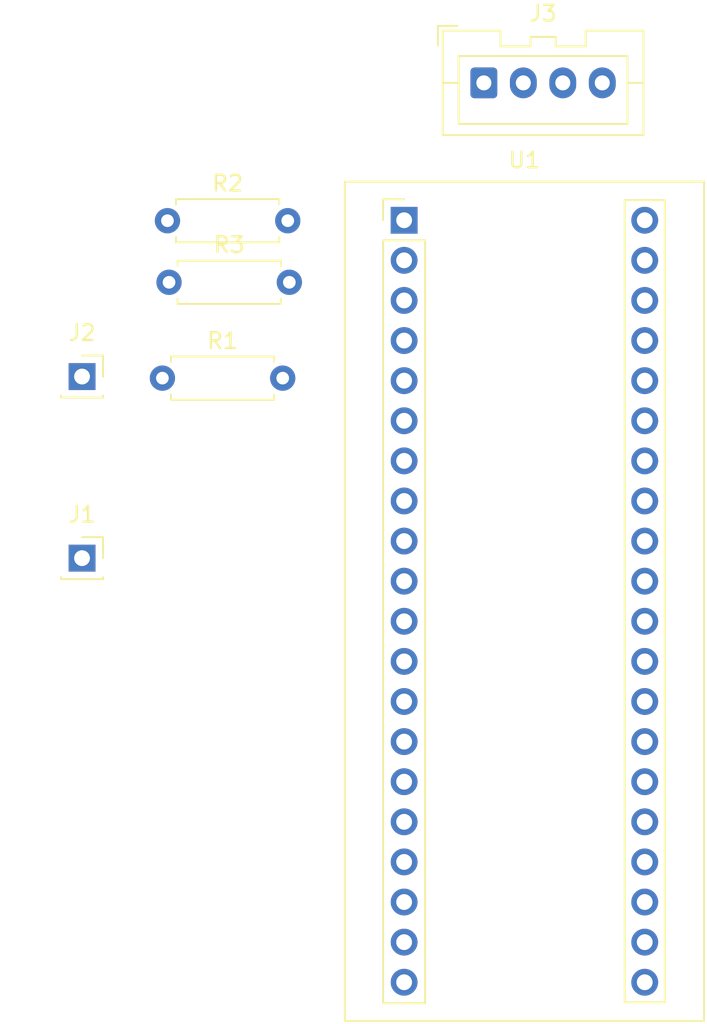
<source format=kicad_pcb>
(kicad_pcb (version 20211014) (generator pcbnew)
  (layers (0 "F.Cu" signal) (31 "B.Cu" signal) (34 "B.Paste" user) (35 "F.Paste" user) (36 "B.SilkS" user "B.Silkscreen") (37 "F.SilkS" user "F.Silkscreen") (38 "B.Mask" user) (39 "F.Mask" user) (44 "Edge.Cuts" user))
  (net 0 "")
  (net 1 "Net-(J2-Pad1)")
  (net 2 "3.3V")
  (net 3 "Net-(J3-Pad2)")
  (net 4 "Net-(J3-Pad3)")
  (net 5 "GND")
  (net 6 "/TRACE")
  (net 7 "/IO")
  (net 8 "/CLK")
  (net 40 "VCC")
  (footprint "Resistor_THT:R_Axial_DIN0207_L6.3mm_D2.5mm_P7.62mm_Horizontal" (layer "F.Cu") (at 117.99 71)
    (fp_text reference "R2" (at 3.81 -2.37) (layer "F.SilkS"))
    (fp_text value "22")
    (fp_line (start 7.08 -1.37) (end 7.08 -1.04) (layer "F.SilkS") (width 0.12))
    (fp_line (start 0.54 -1.37) (end 7.08 -1.37) (layer "F.SilkS") (width 0.12))
    (fp_line (start 0.54 -1.04) (end 0.54 -1.37) (layer "F.SilkS") (width 0.12))
    (fp_line (start 0.54 1.04) (end 0.54 1.37) (layer "F.SilkS") (width 0.12))
    (fp_line (start 0.54 1.37) (end 7.08 1.37) (layer "F.SilkS") (width 0.12))
    (fp_line (start 7.08 1.37) (end 7.08 1.04) (layer "F.SilkS") (width 0.12))
    (pad "1" thru_hole circle (at 0 0) (size 1.6 1.6) (drill 0.8) (layers *.Cu *.Mask) (net 3 "Net-(J3-Pad2)"))
    (pad "2" thru_hole oval locked (at 7.62 0) (size 1.6 1.6) (drill 0.8) (layers *.Cu *.Mask) (net 7 "/IO"))
  )
  (footprint "Connector_PinSocket_2.54mm:PinSocket_1x01_P2.54mm_Vertical" (layer "F.Cu") (at 112.58 92.37)
    (fp_text reference "J1" (at 0 -2.77) (layer "F.SilkS"))
    (fp_text value "5v jumper")
    (fp_line (start 1.33 1.21) (end 1.33 1.33) (layer "F.SilkS") (width 0.12))
    (fp_line (start 0 -1.33) (end 1.33 -1.33) (layer "F.SilkS") (width 0.12))
    (fp_line (start 1.33 -1.33) (end 1.33 0) (layer "F.SilkS") (width 0.12))
    (fp_line (start -1.33 1.33) (end 1.33 1.33) (layer "F.SilkS") (width 0.12))
    (fp_line (start -1.33 1.21) (end -1.33 1.33) (layer "F.SilkS") (width 0.12))
    (pad "1" thru_hole rect (at 0 0) (size 1.7 1.7) (drill 1) (layers *.Cu *.Mask) (net 40 "VCC"))
  )
  (footprint "Connector_JST:JST_XA_B04B-XASK-1_1x04_P2.50mm_Vertical" (layer "F.Cu") (at 138.03 62.27)
    (fp_text reference "J3" (at 3.75 -4.4) (layer "F.SilkS"))
    (fp_text value "STLinkV2")
    (fp_line (start 9.1 -1.7) (end -1.6 -1.7) (layer "F.SilkS") (width 0.12))
    (fp_line (start -2.61 -3.31) (end -2.61 3.31) (layer "F.SilkS") (width 0.12))
    (fp_line (start -2.61 0) (end -1.6 0) (layer "F.SilkS") (width 0.12))
    (fp_line (start -1.66 -3.61) (end -2.91 -3.61) (layer "F.SilkS") (width 0.12))
    (fp_line (start 9.1 2.6) (end 9.1 -1.7) (layer "F.SilkS") (width 0.12))
    (fp_line (start -1.6 2.6) (end 9.1 2.6) (layer "F.SilkS") (width 0.12))
    (fp_line (start 1.05 -3.31) (end -2.61 -3.31) (layer "F.SilkS") (width 0.12))
    (fp_line (start -1.6 -1.7) (end -1.6 2.6) (layer "F.SilkS") (width 0.12))
    (fp_line (start 1.05 -2.31) (end 1.05 -3.31) (layer "F.SilkS") (width 0.12))
    (fp_line (start 10.11 -3.31) (end 6.45 -3.31) (layer "F.SilkS") (width 0.12))
    (fp_line (start 6.45 -2.31) (end 4.55 -2.31) (layer "F.SilkS") (width 0.12))
    (fp_line (start 10.11 0) (end 9.1 0) (layer "F.SilkS") (width 0.12))
    (fp_line (start 4.55 -2.31) (end 4.55 -2.91) (layer "F.SilkS") (width 0.12))
    (fp_line (start 10.11 3.31) (end 10.11 -3.31) (layer "F.SilkS") (width 0.12))
    (fp_line (start -2.61 3.31) (end 10.11 3.31) (layer "F.SilkS") (width 0.12))
    (fp_line (start 6.45 -3.31) (end 6.45 -2.31) (layer "F.SilkS") (width 0.12))
    (fp_line (start 4.55 -2.91) (end 2.95 -2.91) (layer "F.SilkS") (width 0.12))
    (fp_line (start 2.95 -2.31) (end 1.05 -2.31) (layer "F.SilkS") (width 0.12))
    (fp_line (start -2.91 -3.61) (end -2.91 -2.36) (layer "F.SilkS") (width 0.12))
    (fp_line (start 2.95 -2.91) (end 2.95 -2.31) (layer "F.SilkS") (width 0.12))
    (pad "1" thru_hole roundrect (at 0 0) (size 1.7 1.95) (drill 0.95) (layers *.Cu *.Mask) (roundrect_rratio 0.147059) (net 2 "3.3V"))
    (pad "2" thru_hole oval (at 2.5 0) (size 1.7 1.95) (drill 0.95) (layers *.Cu *.Mask) (net 3 "Net-(J3-Pad2)"))
    (pad "3" thru_hole oval (at 5 0) (size 1.7 1.95) (drill 0.95) (layers *.Cu *.Mask) (net 4 "Net-(J3-Pad3)"))
    (pad "4" thru_hole oval (at 7.5 0) (size 1.7 1.95) (drill 0.95) (layers *.Cu *.Mask) (net 5 "GND"))
  )
  (footprint "Resistor_THT:R_Axial_DIN0207_L6.3mm_D2.5mm_P7.62mm_Horizontal" (layer "F.Cu") (at 117.67 80.97)
    (fp_text reference "R1" (at 3.81 -2.37) (layer "F.SilkS"))
    (fp_text value "22")
    (fp_line (start 0.54 1.37) (end 7.08 1.37) (layer "F.SilkS") (width 0.12))
    (fp_line (start 0.54 1.04) (end 0.54 1.37) (layer "F.SilkS") (width 0.12))
    (fp_line (start 7.08 1.37) (end 7.08 1.04) (layer "F.SilkS") (width 0.12))
    (fp_line (start 0.54 -1.04) (end 0.54 -1.37) (layer "F.SilkS") (width 0.12))
    (fp_line (start 0.54 -1.37) (end 7.08 -1.37) (layer "F.SilkS") (width 0.12))
    (fp_line (start 7.08 -1.37) (end 7.08 -1.04) (layer "F.SilkS") (width 0.12))
    (pad "1" thru_hole circle (at 0 0) (size 1.6 1.6) (drill 0.8) (layers *.Cu *.Mask) (net 1 "Net-(J2-Pad1)"))
    (pad "2" thru_hole oval (at 7.62 0) (size 1.6 1.6) (drill 0.8) (layers *.Cu *.Mask) (net 6 "/TRACE"))
  )
  (footprint "Resistor_THT:R_Axial_DIN0207_L6.3mm_D2.5mm_P7.62mm_Horizontal" (layer "F.Cu") (at 118.09 74.9)
    (fp_text reference "R3" (at 3.81 -2.37) (layer "F.SilkS"))
    (fp_text value "22")
    (fp_line (start 7.08 -1.37) (end 7.08 -1.04) (layer "F.SilkS") (width 0.12))
    (fp_line (start 0.54 -1.37) (end 7.08 -1.37) (layer "F.SilkS") (width 0.12))
    (fp_line (start 0.54 1.37) (end 7.08 1.37) (layer "F.SilkS") (width 0.12))
    (fp_line (start 0.54 1.04) (end 0.54 1.37) (layer "F.SilkS") (width 0.12))
    (fp_line (start 0.54 -1.04) (end 0.54 -1.37) (layer "F.SilkS") (width 0.12))
    (fp_line (start 7.08 1.37) (end 7.08 1.04) (layer "F.SilkS") (width 0.12))
    (pad "1" thru_hole circle (at 0 0) (size 1.6 1.6) (drill 0.8) (layers *.Cu *.Mask) (net 4 "Net-(J3-Pad3)"))
    (pad "2" thru_hole oval (at 7.62 0) (size 1.6 1.6) (drill 0.8) (layers *.Cu *.Mask) (net 8 "/CLK"))
  )
  (footprint "bluepill:YAAJ_BluePill_2" (layer "F.Cu") (at 132.98 70.97)
    (fp_text reference "U1" (at 7.62 -3.81) (layer "F.SilkS"))
    (fp_text value "YAAJ_BluePill_Part_Like" hide)
    (fp_line (start 1.33 49.59) (end -1.33 49.59) (layer "F.SilkS") (width 0.12))
    (fp_line (start 13.97 49.53) (end 13.97 -1.27) (layer "F.SilkS") (width 0.12))
    (fp_line (start 16.51 49.53) (end 13.97 49.53) (layer "F.SilkS") (width 0.12))
    (fp_line (start -1.33 1.27) (end 1.33 1.27) (layer "F.SilkS") (width 0.12))
    (fp_line (start 16.51 -1.27) (end 16.51 49.53) (layer "F.SilkS") (width 0.12))
    (fp_line (start -1.33 -1.33) (end 0 -1.33) (layer "F.SilkS") (width 0.12))
    (fp_line (start -1.33 49.59) (end -1.33 1.27) (layer "F.SilkS") (width 0.12))
    (fp_line (start 1.33 1.27) (end 1.33 49.59) (layer "F.SilkS") (width 0.12))
    (fp_line (start -1.33 0) (end -1.33 -1.33) (layer "F.SilkS") (width 0.12))
    (fp_line (start 18.995 50.705) (end -3.755 50.705) (layer "F.SilkS") (width 0.12))
    (fp_line (start 13.97 -1.27) (end 16.51 -1.27) (layer "F.SilkS") (width 0.12))
    (fp_line (start 18.995 -2.445) (end 18.995 50.705) (layer "F.SilkS") (width 0.12))
    (fp_line (start -3.755 50.705) (end -3.755 -2.445) (layer "F.SilkS") (width 0.12))
    (fp_line (start -3.755 -2.445) (end 18.995 -2.445) (layer "F.SilkS") (width 0.12))
    (pad "1" thru_hole rect locked (at 0 0) (size 1.7 1.7) (drill 1) (layers *.Cu *.Mask) (net 7 "/IO"))
    (pad "2" thru_hole circle locked (at 0 2.54) (size 1.7 1.7) (drill 1) (layers *.Cu *.Mask) (net 8 "/CLK"))
    (pad "3" thru_hole circle locked (at 0 5.08) (size 1.7 1.7) (drill 1) (layers *.Cu *.Mask) (net 7 "/IO"))
    (pad "4" thru_hole circle locked (at 0 7.62) (size 1.7 1.7) (drill 1) (layers *.Cu *.Mask))
    (pad "5" thru_hole circle locked (at 0 10.16) (size 1.7 1.7) (drill 1) (layers *.Cu *.Mask))
    (pad "6" thru_hole circle locked (at 0 12.7) (size 1.7 1.7) (drill 1) (layers *.Cu *.Mask))
    (pad "7" thru_hole circle locked (at 0 15.24) (size 1.7 1.7) (drill 1) (layers *.Cu *.Mask) (net 6 "/TRACE"))
    (pad "8" thru_hole circle locked (at 0 17.78) (size 1.7 1.7) (drill 1) (layers *.Cu *.Mask))
    (pad "9" thru_hole circle locked (at 0 20.32) (size 1.7 1.7) (drill 1) (layers *.Cu *.Mask))
    (pad "10" thru_hole circle locked (at 0 22.86) (size 1.7 1.7) (drill 1) (layers *.Cu *.Mask))
    (pad "11" thru_hole circle locked (at 0 25.4) (size 1.7 1.7) (drill 1) (layers *.Cu *.Mask))
    (pad "12" thru_hole circle locked (at 0 27.94) (size 1.7 1.7) (drill 1) (layers *.Cu *.Mask))
    (pad "13" thru_hole circle locked (at 0 30.48) (size 1.7 1.7) (drill 1) (layers *.Cu *.Mask))
    (pad "14" thru_hole circle locked (at 0 33.02) (size 1.7 1.7) (drill 1) (layers *.Cu *.Mask))
    (pad "15" thru_hole circle locked (at 0 35.56) (size 1.7 1.7) (drill 1) (layers *.Cu *.Mask))
    (pad "16" thru_hole circle locked (at 0 38.1) (size 1.7 1.7) (drill 1) (layers *.Cu *.Mask))
    (pad "17" thru_hole circle locked (at 0 40.64) (size 1.7 1.7) (drill 1) (layers *.Cu *.Mask))
    (pad "18" thru_hole circle locked (at 0 43.18) (size 1.7 1.7) (drill 1) (layers *.Cu *.Mask) (net 40 "VCC"))
    (pad "19" thru_hole circle locked (at 0 45.72) (size 1.7 1.7) (drill 1) (layers *.Cu *.Mask) (net 5 "GND"))
    (pad "20" thru_hole circle locked (at 0 48.26) (size 1.7 1.7) (drill 1) (layers *.Cu *.Mask) (net 2 "3.3V"))
    (pad "21" thru_hole circle locked (at 15.24 48.26) (size 1.7 1.7) (drill 1) (layers *.Cu *.Mask))
    (pad "22" thru_hole circle locked (at 15.24 45.72) (size 1.7 1.7) (drill 1) (layers *.Cu *.Mask))
    (pad "23" thru_hole circle locked (at 15.24 43.18) (size 1.7 1.7) (drill 1) (layers *.Cu *.Mask))
    (pad "24" thru_hole circle locked (at 15.24 40.64) (size 1.7 1.7) (drill 1) (layers *.Cu *.Mask))
    (pad "25" thru_hole circle locked (at 15.24 38.1) (size 1.7 1.7) (drill 1) (layers *.Cu *.Mask))
    (pad "26" thru_hole circle locked (at 15.24 35.56) (size 1.7 1.7) (drill 1) (layers *.Cu *.Mask))
    (pad "27" thru_hole circle locked (at 15.24 33.02) (size 1.7 1.7) (drill 1) (layers *.Cu *.Mask))
    (pad "28" thru_hole circle locked (at 15.24 30.48) (size 1.7 1.7) (drill 1) (layers *.Cu *.Mask))
    (pad "29" thru_hole circle locked (at 15.24 27.94) (size 1.7 1.7) (drill 1) (layers *.Cu *.Mask))
    (pad "30" thru_hole circle locked (at 15.24 25.4) (size 1.7 1.7) (drill 1) (layers *.Cu *.Mask))
    (pad "31" thru_hole circle locked (at 15.24 22.86) (size 1.7 1.7) (drill 1) (layers *.Cu *.Mask))
    (pad "32" thru_hole circle locked (at 15.24 20.32) (size 1.7 1.7) (drill 1) (layers *.Cu *.Mask))
    (pad "33" thru_hole circle locked (at 15.24 17.78) (size 1.7 1.7) (drill 1) (layers *.Cu *.Mask))
    (pad "34" thru_hole circle locked (at 15.24 15.24) (size 1.7 1.7) (drill 1) (layers *.Cu *.Mask))
    (pad "35" thru_hole circle locked (at 15.24 12.7) (size 1.7 1.7) (drill 1) (layers *.Cu *.Mask))
    (pad "36" thru_hole circle locked (at 15.24 10.16) (size 1.7 1.7) (drill 1) (layers *.Cu *.Mask))
    (pad "37" thru_hole circle locked (at 15.24 7.62) (size 1.7 1.7) (drill 1) (layers *.Cu *.Mask))
    (pad "38" thru_hole circle locked (at 15.24 5.08) (size 1.7 1.7) (drill 1) (layers *.Cu *.Mask))
    (pad "39" thru_hole circle locked (at 15.24 2.54) (size 1.7 1.7) (drill 1) (layers *.Cu *.Mask))
    (pad "40" thru_hole circle locked (at 15.24 0) (size 1.7 1.7) (drill 1) (layers *.Cu *.Mask))
  )
  (footprint "Connector_PinSocket_2.54mm:PinSocket_1x01_P2.54mm_Vertical" (layer "F.Cu") (at 112.58 80.87)
    (fp_text reference "J2" (at 0 -2.77) (layer "F.SilkS"))
    (fp_text value "Trace Jumper")
    (fp_line (start -1.33 1.21) (end -1.33 1.33) (layer "F.SilkS") (width 0.12))
    (fp_line (start 1.33 -1.33) (end 1.33 0) (layer "F.SilkS") (width 0.12))
    (fp_line (start 1.33 1.21) (end 1.33 1.33) (layer "F.SilkS") (width 0.12))
    (fp_line (start 0 -1.33) (end 1.33 -1.33) (layer "F.SilkS") (width 0.12))
    (fp_line (start -1.33 1.33) (end 1.33 1.33) (layer "F.SilkS") (width 0.12))
    (pad "1" thru_hole rect (at 0 0) (size 1.7 1.7) (drill 1) (layers *.Cu *.Mask) (net 1 "Net-(J2-Pad1)"))
  )
)
</source>
